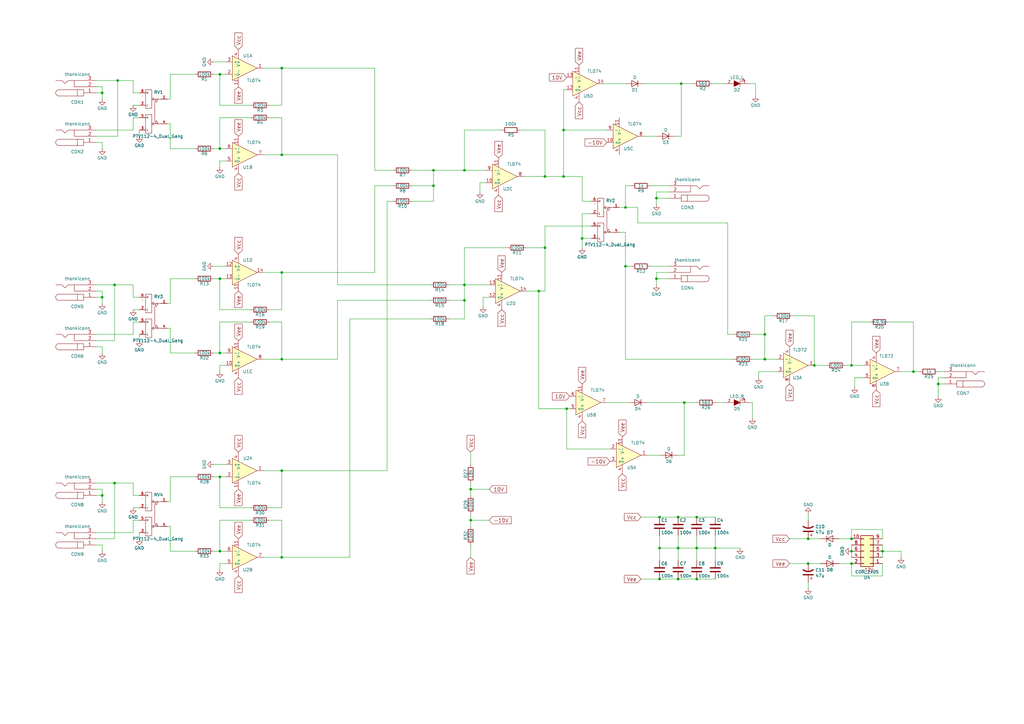
<source format=kicad_sch>
(kicad_sch (version 20211123) (generator eeschema)
  (paper "A3")
  (title_block (title "Stereo Mixer") (date "2021-11-19") (rev "1") (company "SOLI.SYNTH") (comment 1 "www.solisynth.com"))
  (junction (at 232.41 167.64))
  (junction (at 269.24 81.28))
  (junction (at 280.67 165.1))
  (junction (at 223.52 101.6))
  (junction (at 177.8 69.85))
  (junction (at 349.25 231.14))
  (junction (at 349.25 226.06))
  (junction (at 115.57 27.94))
  (junction (at 293.37 224.79))
  (junction (at 41.91 38.1))
  (junction (at 270.51 237.49))
  (junction (at 115.57 147.32))
  (junction (at 256.54 109.22))
  (junction (at 90.17 114.3))
  (junction (at 90.17 60.96))
  (junction (at 278.13 224.79))
  (junction (at 285.75 224.79))
  (junction (at 193.04 200.66))
  (junction (at 278.13 237.49))
  (junction (at 384.81 157.48))
  (junction (at 231.14 72.39))
  (junction (at 41.91 121.92))
  (junction (at 361.95 226.06))
  (junction (at 331.47 220.98))
  (junction (at 46.99 198.12))
  (junction (at 231.14 53.34))
  (junction (at 48.26 33.02))
  (junction (at 349.25 149.86))
  (junction (at 313.69 137.16))
  (junction (at 220.98 119.38))
  (junction (at 190.5 123.19))
  (junction (at 90.17 226.06))
  (junction (at 90.17 195.58))
  (junction (at 46.99 116.84))
  (junction (at 279.4 34.29))
  (junction (at 115.57 111.76))
  (junction (at 238.76 97.79))
  (junction (at 115.57 63.5))
  (junction (at 41.91 203.2))
  (junction (at 285.75 212.09))
  (junction (at 223.52 72.39))
  (junction (at 278.13 212.09))
  (junction (at 90.17 144.78))
  (junction (at 177.8 76.2))
  (junction (at 270.51 224.79))
  (junction (at 331.47 231.14))
  (junction (at 115.57 193.04))
  (junction (at 349.25 220.98))
  (junction (at 269.24 114.3))
  (junction (at 285.75 237.49))
  (junction (at 90.17 30.48))
  (junction (at 256.54 85.09))
  (junction (at 190.5 69.85))
  (junction (at 374.65 152.4))
  (junction (at 313.69 147.32))
  (junction (at 270.51 212.09))
  (junction (at 115.57 228.6))
  (junction (at 190.5 116.84))
  (junction (at 193.04 213.36))
  (junction (at 334.01 149.86))
  (wire (pts (xy 256.54 109.22) (xy 259.08 109.22)))
  (wire (pts (xy 349.25 228.6) (xy 349.25 226.06)))
  (wire (pts (xy 41.91 203.2) (xy 41.91 205.74)))
  (wire (pts (xy 350.52 154.94) (xy 350.52 158.75)))
  (wire (pts (xy 193.04 198.12) (xy 193.04 200.66)))
  (wire (pts (xy 177.8 82.55) (xy 168.91 82.55)))
  (wire (pts (xy 232.41 36.83) (xy 231.14 36.83)))
  (wire (pts (xy 68.58 50.8) (xy 69.85 50.8)))
  (wire (pts (xy 274.32 81.28) (xy 269.24 81.28)))
  (wire (pts (xy 270.51 219.71) (xy 270.51 224.79)))
  (wire (pts (xy 214.63 72.39) (xy 223.52 72.39)))
  (wire (pts (xy 87.63 190.5) (xy 92.71 190.5)))
  (wire (pts (xy 265.43 165.1) (xy 280.67 165.1)))
  (wire (pts (xy 39.37 223.52) (xy 41.91 223.52)))
  (wire (pts (xy 190.5 101.6) (xy 190.5 116.84)))
  (wire (pts (xy 298.45 91.44) (xy 261.62 91.44)))
  (wire (pts (xy 158.75 193.04) (xy 158.75 82.55)))
  (wire (pts (xy 270.51 224.79) (xy 270.51 229.87)))
  (wire (pts (xy 193.04 185.42) (xy 193.04 190.5)))
  (wire (pts (xy 248.92 165.1) (xy 257.81 165.1)))
  (wire (pts (xy 270.51 186.69) (xy 265.43 186.69)))
  (wire (pts (xy 41.91 142.24) (xy 41.91 144.78)))
  (wire (pts (xy 307.34 165.1) (xy 308.61 165.1)))
  (wire (pts (xy 110.49 43.18) (xy 115.57 43.18)))
  (wire (pts (xy 254 85.09) (xy 256.54 85.09)))
  (wire (pts (xy 115.57 127) (xy 115.57 111.76)))
  (wire (pts (xy 39.37 218.44) (xy 54.61 218.44)))
  (wire (pts (xy 242.57 97.79) (xy 238.76 97.79)))
  (wire (pts (xy 223.52 53.34) (xy 213.36 53.34)))
  (wire (pts (xy 356.87 132.08) (xy 349.25 132.08)))
  (wire (pts (xy 46.99 220.98) (xy 39.37 220.98)))
  (wire (pts (xy 54.61 213.36) (xy 57.15 213.36)))
  (wire (pts (xy 298.45 137.16) (xy 300.99 137.16)))
  (wire (pts (xy 349.25 132.08) (xy 349.25 149.86)))
  (wire (pts (xy 364.49 132.08) (xy 374.65 132.08)))
  (wire (pts (xy 190.5 130.81) (xy 184.15 130.81)))
  (wire (pts (xy 92.71 66.04) (xy 90.17 66.04)))
  (wire (pts (xy 238.76 82.55) (xy 242.57 82.55)))
  (wire (pts (xy 102.87 213.36) (xy 90.17 213.36)))
  (wire (pts (xy 293.37 165.1) (xy 297.18 165.1)))
  (wire (pts (xy 110.49 132.08) (xy 115.57 132.08)))
  (wire (pts (xy 266.7 76.2) (xy 274.32 76.2)))
  (wire (pts (xy 48.26 33.02) (xy 54.61 33.02)))
  (wire (pts (xy 190.5 116.84) (xy 200.66 116.84)))
  (wire (pts (xy 223.52 72.39) (xy 231.14 72.39)))
  (wire (pts (xy 138.43 116.84) (xy 176.53 116.84)))
  (wire (pts (xy 69.85 226.06) (xy 80.01 226.06)))
  (wire (pts (xy 231.14 72.39) (xy 238.76 72.39)))
  (wire (pts (xy 87.63 144.78) (xy 90.17 144.78)))
  (wire (pts (xy 223.52 92.71) (xy 242.57 92.71)))
  (wire (pts (xy 39.37 137.16) (xy 54.61 137.16)))
  (wire (pts (xy 39.37 33.02) (xy 48.26 33.02)))
  (wire (pts (xy 190.5 123.19) (xy 184.15 123.19)))
  (wire (pts (xy 90.17 48.26) (xy 90.17 60.96)))
  (wire (pts (xy 374.65 152.4) (xy 377.19 152.4)))
  (wire (pts (xy 87.63 30.48) (xy 90.17 30.48)))
  (wire (pts (xy 374.65 132.08) (xy 374.65 152.4)))
  (wire (pts (xy 285.75 237.49) (xy 293.37 237.49)))
  (wire (pts (xy 92.71 231.14) (xy 90.17 231.14)))
  (wire (pts (xy 198.12 121.92) (xy 198.12 125.73)))
  (wire (pts (xy 199.39 74.93) (xy 196.85 74.93)))
  (wire (pts (xy 69.85 114.3) (xy 69.85 124.46)))
  (wire (pts (xy 318.77 152.4) (xy 311.15 152.4)))
  (wire (pts (xy 384.81 157.48) (xy 384.81 162.56)))
  (wire (pts (xy 331.47 210.82) (xy 331.47 213.36)))
  (wire (pts (xy 274.32 109.22) (xy 266.7 109.22)))
  (wire (pts (xy 334.01 129.54) (xy 334.01 149.86)))
  (wire (pts (xy 369.57 152.4) (xy 374.65 152.4)))
  (wire (pts (xy 39.37 142.24) (xy 41.91 142.24)))
  (wire (pts (xy 54.61 53.34) (xy 54.61 48.26)))
  (wire (pts (xy 279.4 34.29) (xy 284.48 34.29)))
  (wire (pts (xy 54.61 48.26) (xy 57.15 48.26)))
  (wire (pts (xy 69.85 30.48) (xy 80.01 30.48)))
  (wire (pts (xy 57.15 218.44) (xy 57.15 220.98)))
  (wire (pts (xy 248.92 53.34) (xy 231.14 53.34)))
  (wire (pts (xy 107.95 228.6) (xy 115.57 228.6)))
  (wire (pts (xy 208.28 101.6) (xy 190.5 101.6)))
  (wire (pts (xy 90.17 231.14) (xy 90.17 233.68)))
  (wire (pts (xy 269.24 81.28) (xy 269.24 83.82)))
  (wire (pts (xy 311.15 152.4) (xy 311.15 154.94)))
  (wire (pts (xy 54.61 198.12) (xy 54.61 203.2)))
  (wire (pts (xy 54.61 33.02) (xy 54.61 38.1)))
  (wire (pts (xy 87.63 109.22) (xy 92.71 109.22)))
  (wire (pts (xy 278.13 237.49) (xy 285.75 237.49)))
  (wire (pts (xy 344.17 220.98) (xy 349.25 220.98)))
  (wire (pts (xy 269.24 55.88) (xy 264.16 55.88)))
  (wire (pts (xy 193.04 223.52) (xy 193.04 228.6)))
  (wire (pts (xy 54.61 43.18) (xy 57.15 43.18)))
  (wire (pts (xy 46.99 116.84) (xy 54.61 116.84)))
  (wire (pts (xy 269.24 78.74) (xy 269.24 81.28)))
  (wire (pts (xy 90.17 114.3) (xy 92.71 114.3)))
  (wire (pts (xy 115.57 48.26) (xy 115.57 63.5)))
  (wire (pts (xy 298.45 91.44) (xy 298.45 137.16)))
  (wire (pts (xy 349.25 149.86) (xy 354.33 149.86)))
  (wire (pts (xy 247.65 34.29) (xy 256.54 34.29)))
  (wire (pts (xy 138.43 147.32) (xy 138.43 123.19)))
  (wire (pts (xy 87.63 25.4) (xy 92.71 25.4)))
  (wire (pts (xy 344.17 231.14) (xy 349.25 231.14)))
  (wire (pts (xy 92.71 149.86) (xy 90.17 149.86)))
  (wire (pts (xy 41.91 35.56) (xy 41.91 38.1)))
  (wire (pts (xy 354.33 154.94) (xy 350.52 154.94)))
  (wire (pts (xy 331.47 231.14) (xy 336.55 231.14)))
  (wire (pts (xy 54.61 116.84) (xy 54.61 121.92)))
  (wire (pts (xy 193.04 200.66) (xy 200.66 200.66)))
  (wire (pts (xy 193.04 213.36) (xy 200.66 213.36)))
  (wire (pts (xy 69.85 40.64) (xy 68.58 40.64)))
  (wire (pts (xy 361.95 236.22) (xy 361.95 231.14)))
  (wire (pts (xy 90.17 144.78) (xy 92.71 144.78)))
  (wire (pts (xy 361.95 220.98) (xy 361.95 217.17)))
  (wire (pts (xy 346.71 149.86) (xy 349.25 149.86)))
  (wire (pts (xy 90.17 226.06) (xy 92.71 226.06)))
  (wire (pts (xy 262.89 212.09) (xy 270.51 212.09)))
  (wire (pts (xy 41.91 200.66) (xy 41.91 203.2)))
  (wire (pts (xy 190.5 53.34) (xy 190.5 69.85)))
  (wire (pts (xy 285.75 224.79) (xy 293.37 224.79)))
  (wire (pts (xy 278.13 212.09) (xy 285.75 212.09)))
  (wire (pts (xy 313.69 137.16) (xy 313.69 147.32)))
  (wire (pts (xy 110.49 208.28) (xy 115.57 208.28)))
  (wire (pts (xy 276.86 55.88) (xy 279.4 55.88)))
  (wire (pts (xy 223.52 92.71) (xy 223.52 101.6)))
  (wire (pts (xy 39.37 116.84) (xy 46.99 116.84)))
  (wire (pts (xy 110.49 213.36) (xy 115.57 213.36)))
  (wire (pts (xy 110.49 127) (xy 115.57 127)))
  (wire (pts (xy 115.57 111.76) (xy 153.67 111.76)))
  (wire (pts (xy 41.91 38.1) (xy 41.91 40.64)))
  (wire (pts (xy 280.67 165.1) (xy 285.75 165.1)))
  (wire (pts (xy 68.58 215.9) (xy 69.85 215.9)))
  (wire (pts (xy 48.26 55.88) (xy 48.26 33.02)))
  (wire (pts (xy 177.8 76.2) (xy 177.8 82.55)))
  (wire (pts (xy 270.51 224.79) (xy 278.13 224.79)))
  (wire (pts (xy 231.14 36.83) (xy 231.14 53.34)))
  (wire (pts (xy 102.87 132.08) (xy 90.17 132.08)))
  (wire (pts (xy 69.85 195.58) (xy 80.01 195.58)))
  (wire (pts (xy 238.76 97.79) (xy 238.76 101.6)))
  (wire (pts (xy 69.85 50.8) (xy 69.85 60.96)))
  (wire (pts (xy 69.85 215.9) (xy 69.85 226.06)))
  (wire (pts (xy 349.25 217.17) (xy 349.25 220.98)))
  (wire (pts (xy 41.91 119.38) (xy 41.91 121.92)))
  (wire (pts (xy 220.98 119.38) (xy 215.9 119.38)))
  (wire (pts (xy 232.41 167.64) (xy 233.68 167.64)))
  (wire (pts (xy 270.51 237.49) (xy 278.13 237.49)))
  (wire (pts (xy 242.57 87.63) (xy 238.76 87.63)))
  (wire (pts (xy 223.52 72.39) (xy 223.52 53.34)))
  (wire (pts (xy 262.89 237.49) (xy 270.51 237.49)))
  (wire (pts (xy 87.63 114.3) (xy 90.17 114.3)))
  (wire (pts (xy 39.37 58.42) (xy 41.91 58.42)))
  (wire (pts (xy 153.67 27.94) (xy 153.67 69.85)))
  (wire (pts (xy 313.69 129.54) (xy 317.5 129.54)))
  (wire (pts (xy 349.25 223.52) (xy 349.25 226.06)))
  (wire (pts (xy 168.91 69.85) (xy 177.8 69.85)))
  (wire (pts (xy 138.43 123.19) (xy 176.53 123.19)))
  (wire (pts (xy 292.1 34.29) (xy 297.18 34.29)))
  (wire (pts (xy 278.13 224.79) (xy 278.13 229.87)))
  (wire (pts (xy 193.04 210.82) (xy 193.04 213.36)))
  (wire (pts (xy 107.95 27.94) (xy 115.57 27.94)))
  (wire (pts (xy 115.57 228.6) (xy 143.51 228.6)))
  (wire (pts (xy 54.61 137.16) (xy 54.61 132.08)))
  (wire (pts (xy 102.87 48.26) (xy 90.17 48.26)))
  (wire (pts (xy 90.17 60.96) (xy 92.71 60.96)))
  (wire (pts (xy 293.37 224.79) (xy 303.53 224.79)))
  (wire (pts (xy 39.37 119.38) (xy 41.91 119.38)))
  (wire (pts (xy 41.91 223.52) (xy 41.91 226.06)))
  (wire (pts (xy 39.37 55.88) (xy 48.26 55.88)))
  (wire (pts (xy 190.5 116.84) (xy 190.5 123.19)))
  (wire (pts (xy 308.61 147.32) (xy 313.69 147.32)))
  (wire (pts (xy 54.61 203.2) (xy 57.15 203.2)))
  (wire (pts (xy 278.13 219.71) (xy 278.13 224.79)))
  (wire (pts (xy 69.85 124.46) (xy 68.58 124.46)))
  (wire (pts (xy 46.99 198.12) (xy 46.99 220.98)))
  (wire (pts (xy 250.19 184.15) (xy 232.41 184.15)))
  (wire (pts (xy 39.37 200.66) (xy 41.91 200.66)))
  (wire (pts (xy 87.63 195.58) (xy 90.17 195.58)))
  (wire (pts (xy 138.43 63.5) (xy 138.43 116.84)))
  (wire (pts (xy 193.04 200.66) (xy 193.04 203.2)))
  (wire (pts (xy 361.95 226.06) (xy 369.57 226.06)))
  (wire (pts (xy 115.57 132.08) (xy 115.57 147.32)))
  (wire (pts (xy 313.69 147.32) (xy 318.77 147.32)))
  (wire (pts (xy 334.01 149.86) (xy 339.09 149.86)))
  (wire (pts (xy 223.52 119.38) (xy 220.98 119.38)))
  (wire (pts (xy 153.67 69.85) (xy 161.29 69.85)))
  (wire (pts (xy 293.37 219.71) (xy 293.37 224.79)))
  (wire (pts (xy 270.51 212.09) (xy 278.13 212.09)))
  (wire (pts (xy 200.66 121.92) (xy 198.12 121.92)))
  (wire (pts (xy 54.61 121.92) (xy 57.15 121.92)))
  (wire (pts (xy 115.57 63.5) (xy 138.43 63.5)))
  (wire (pts (xy 54.61 218.44) (xy 54.61 213.36)))
  (wire (pts (xy 87.63 60.96) (xy 90.17 60.96)))
  (wire (pts (xy 256.54 85.09) (xy 261.62 85.09)))
  (wire (pts (xy 115.57 208.28) (xy 115.57 193.04)))
  (wire (pts (xy 232.41 184.15) (xy 232.41 167.64)))
  (wire (pts (xy 69.85 144.78) (xy 80.01 144.78)))
  (wire (pts (xy 369.57 226.06) (xy 369.57 228.6)))
  (wire (pts (xy 238.76 72.39) (xy 238.76 82.55)))
  (wire (pts (xy 90.17 195.58) (xy 92.71 195.58)))
  (wire (pts (xy 107.95 147.32) (xy 115.57 147.32)))
  (wire (pts (xy 223.52 101.6) (xy 223.52 119.38)))
  (wire (pts (xy 102.87 43.18) (xy 90.17 43.18)))
  (wire (pts (xy 259.08 76.2) (xy 256.54 76.2)))
  (wire (pts (xy 54.61 208.28) (xy 57.15 208.28)))
  (wire (pts (xy 220.98 167.64) (xy 232.41 167.64)))
  (wire (pts (xy 177.8 69.85) (xy 190.5 69.85)))
  (wire (pts (xy 153.67 76.2) (xy 161.29 76.2)))
  (wire (pts (xy 107.95 63.5) (xy 115.57 63.5)))
  (wire (pts (xy 158.75 82.55) (xy 161.29 82.55)))
  (wire (pts (xy 69.85 205.74) (xy 68.58 205.74)))
  (wire (pts (xy 110.49 48.26) (xy 115.57 48.26)))
  (wire (pts (xy 361.95 226.06) (xy 361.95 228.6)))
  (wire (pts (xy 69.85 195.58) (xy 69.85 205.74)))
  (wire (pts (xy 274.32 78.74) (xy 269.24 78.74)))
  (wire (pts (xy 313.69 129.54) (xy 313.69 137.16)))
  (wire (pts (xy 143.51 130.81) (xy 176.53 130.81)))
  (wire (pts (xy 68.58 134.62) (xy 69.85 134.62)))
  (wire (pts (xy 115.57 27.94) (xy 153.67 27.94)))
  (wire (pts (xy 39.37 38.1) (xy 41.91 38.1)))
  (wire (pts (xy 41.91 58.42) (xy 41.91 60.96)))
  (wire (pts (xy 39.37 121.92) (xy 41.91 121.92)))
  (wire (pts (xy 102.87 208.28) (xy 90.17 208.28)))
  (wire (pts (xy 115.57 43.18) (xy 115.57 27.94)))
  (wire (pts (xy 39.37 203.2) (xy 41.91 203.2)))
  (wire (pts (xy 90.17 149.86) (xy 90.17 152.4)))
  (wire (pts (xy 269.24 114.3) (xy 269.24 116.84)))
  (wire (pts (xy 361.95 223.52) (xy 361.95 226.06)))
  (wire (pts (xy 54.61 127) (xy 57.15 127)))
  (wire (pts (xy 69.85 30.48) (xy 69.85 40.64)))
  (wire (pts (xy 90.17 66.04) (xy 90.17 68.58)))
  (wire (pts (xy 256.54 109.22) (xy 256.54 147.32)))
  (wire (pts (xy 90.17 127) (xy 90.17 114.3)))
  (wire (pts (xy 308.61 165.1) (xy 308.61 171.45)))
  (wire (pts (xy 238.76 87.63) (xy 238.76 97.79)))
  (wire (pts (xy 256.54 76.2) (xy 256.54 85.09)))
  (wire (pts (xy 285.75 219.71) (xy 285.75 224.79)))
  (wire (pts (xy 46.99 139.7) (xy 39.37 139.7)))
  (wire (pts (xy 384.81 152.4) (xy 387.35 152.4)))
  (wire (pts (xy 361.95 217.17) (xy 349.25 217.17)))
  (wire (pts (xy 223.52 101.6) (xy 215.9 101.6)))
  (wire (pts (xy 323.85 231.14) (xy 331.47 231.14)))
  (wire (pts (xy 278.13 186.69) (xy 280.67 186.69)))
  (wire (pts (xy 46.99 198.12) (xy 54.61 198.12)))
  (wire (pts (xy 220.98 167.64) (xy 220.98 119.38)))
  (wire (pts (xy 309.88 34.29) (xy 309.88 39.37)))
  (wire (pts (xy 280.67 186.69) (xy 280.67 165.1)))
  (wire (pts (xy 90.17 43.18) (xy 90.17 30.48)))
  (wire (pts (xy 115.57 193.04) (xy 158.75 193.04)))
  (wire (pts (xy 384.81 154.94) (xy 384.81 157.48)))
  (wire (pts (xy 39.37 198.12) (xy 46.99 198.12)))
  (wire (pts (xy 177.8 69.85) (xy 177.8 76.2)))
  (wire (pts (xy 193.04 213.36) (xy 193.04 215.9)))
  (wire (pts (xy 102.87 127) (xy 90.17 127)))
  (wire (pts (xy 87.63 226.06) (xy 90.17 226.06)))
  (wire (pts (xy 274.32 111.76) (xy 269.24 111.76)))
  (wire (pts (xy 69.85 114.3) (xy 80.01 114.3)))
  (wire (pts (xy 190.5 123.19) (xy 190.5 130.81)))
  (wire (pts (xy 254 95.25) (xy 256.54 95.25)))
  (wire (pts (xy 54.61 38.1) (xy 57.15 38.1)))
  (wire (pts (xy 349.25 236.22) (xy 361.95 236.22)))
  (wire (pts (xy 90.17 208.28) (xy 90.17 195.58)))
  (wire (pts (xy 57.15 53.34) (xy 57.15 55.88)))
  (wire (pts (xy 231.14 53.34) (xy 231.14 72.39)))
  (wire (pts (xy 90.17 213.36) (xy 90.17 226.06)))
  (wire (pts (xy 54.61 132.08) (xy 57.15 132.08)))
  (wire (pts (xy 279.4 55.88) (xy 279.4 34.29)))
  (wire (pts (xy 293.37 224.79) (xy 293.37 229.87)))
  (wire (pts (xy 46.99 116.84) (xy 46.99 139.7)))
  (wire (pts (xy 90.17 30.48) (xy 92.71 30.48)))
  (wire (pts (xy 41.91 121.92) (xy 41.91 124.46)))
  (wire (pts (xy 90.17 132.08) (xy 90.17 144.78)))
  (wire (pts (xy 69.85 134.62) (xy 69.85 144.78)))
  (wire (pts (xy 331.47 220.98) (xy 336.55 220.98)))
  (wire (pts (xy 107.95 193.04) (xy 115.57 193.04)))
  (wire (pts (xy 184.15 116.84) (xy 190.5 116.84)))
  (wire (pts (xy 323.85 220.98) (xy 331.47 220.98)))
  (wire (pts (xy 285.75 224.79) (xy 285.75 229.87)))
  (wire (pts (xy 307.34 34.29) (xy 309.88 34.29)))
  (wire (pts (xy 387.35 154.94) (xy 384.81 154.94)))
  (wire (pts (xy 269.24 111.76) (xy 269.24 114.3)))
  (wire (pts (xy 274.32 114.3) (xy 269.24 114.3)))
  (wire (pts (xy 387.35 157.48) (xy 384.81 157.48)))
  (wire (pts (xy 107.95 111.76) (xy 115.57 111.76)))
  (wire (pts (xy 39.37 53.34) (xy 54.61 53.34)))
  (wire (pts (xy 349.25 231.14) (xy 349.25 236.22)))
  (wire (pts (xy 143.51 228.6) (xy 143.51 130.81)))
  (wire (pts (xy 285.75 212.09) (xy 293.37 212.09)))
  (wire (pts (xy 153.67 111.76) (xy 153.67 76.2)))
  (wire (pts (xy 331.47 238.76) (xy 331.47 241.3)))
  (wire (pts (xy 69.85 60.96) (xy 80.01 60.96)))
  (wire (pts (xy 278.13 224.79) (xy 285.75 224.79)))
  (wire (pts (xy 168.91 76.2) (xy 177.8 76.2)))
  (wire (pts (xy 256.54 95.25) (xy 256.54 109.22)))
  (wire (pts (xy 196.85 74.93) (xy 196.85 78.74)))
  (wire (pts (xy 39.37 35.56) (xy 41.91 35.56)))
  (wire (pts (xy 57.15 137.16) (xy 57.15 139.7)))
  (wire (pts (xy 190.5 69.85) (xy 199.39 69.85)))
  (wire (pts (xy 308.61 137.16) (xy 313.69 137.16)))
  (wire (pts (xy 325.12 129.54) (xy 334.01 129.54)))
  (wire (pts (xy 261.62 91.44) (xy 261.62 85.09)))
  (wire (pts (xy 264.16 34.29) (xy 279.4 34.29)))
  (wire (pts (xy 115.57 213.36) (xy 115.57 228.6)))
  (wire (pts (xy 205.74 53.34) (xy 190.5 53.34)))
  (wire (pts (xy 256.54 147.32) (xy 300.99 147.32)))
  (wire (pts (xy 115.57 147.32) (xy 138.43 147.32)))
  (global_label "Vcc" (shape input) (at 323.85 157.48 270) (effects (font (size 1.524 1.524))) (property "Intersheet References" "${INTERSHEET_REFS}" (effects hide)))
  (global_label "Vcc" (shape input) (at 193.04 185.42 90) (effects (font (size 1.524 1.524))) (property "Intersheet References" "${INTERSHEET_REFS}" (effects hide)))
  (global_label "Vee" (shape input) (at 238.76 157.48 90) (effects (font (size 1.524 1.524))) (property "Intersheet References" "${INTERSHEET_REFS}" (effects hide)))
  (global_label "Vee" (shape input) (at 359.41 144.78 90) (effects (font (size 1.524 1.524))) (property "Intersheet References" "${INTERSHEET_REFS}" (effects hide)))
  (global_label "Vcc" (shape input) (at 97.79 185.42 90) (effects (font (size 1.524 1.524))) (property "Intersheet References" "${INTERSHEET_REFS}" (effects hide)))
  (global_label "Vcc" (shape input) (at 97.79 104.14 90) (effects (font (size 1.524 1.524))) (property "Intersheet References" "${INTERSHEET_REFS}" (effects hide)))
  (global_label "10V" (shape input) (at 233.68 162.56 180) (effects (font (size 1.524 1.524))) (property "Intersheet References" "${INTERSHEET_REFS}" (effects hide)))
  (global_label "10V" (shape input) (at 200.66 200.66 0) (effects (font (size 1.524 1.524))) (property "Intersheet References" "${INTERSHEET_REFS}" (effects hide)))
  (global_label "Vcc" (shape input) (at 97.79 71.12 270) (effects (font (size 1.524 1.524))) (property "Intersheet References" "${INTERSHEET_REFS}" (effects hide)))
  (global_label "Vee" (shape input) (at 97.79 220.98 90) (effects (font (size 1.524 1.524))) (property "Intersheet References" "${INTERSHEET_REFS}" (effects hide)))
  (global_label "Vcc" (shape input) (at 262.89 212.09 180) (effects (font (size 1.524 1.524))) (property "Intersheet References" "${INTERSHEET_REFS}" (effects hide)))
  (global_label "Vcc" (shape input) (at 97.79 154.94 270) (effects (font (size 1.524 1.524))) (property "Intersheet References" "${INTERSHEET_REFS}" (effects hide)))
  (global_label "Vee" (shape input) (at 237.49 26.67 90) (effects (font (size 1.524 1.524))) (property "Intersheet References" "${INTERSHEET_REFS}" (effects hide)))
  (global_label "Vcc" (shape input) (at 323.85 220.98 180) (effects (font (size 1.524 1.524))) (property "Intersheet References" "${INTERSHEET_REFS}" (effects hide)))
  (global_label "Vee" (shape input) (at 323.85 142.24 90) (effects (font (size 1.524 1.524))) (property "Intersheet References" "${INTERSHEET_REFS}" (effects hide)))
  (global_label "Vee" (shape input) (at 255.27 179.07 90) (effects (font (size 1.524 1.524))) (property "Intersheet References" "${INTERSHEET_REFS}" (effects hide)))
  (global_label "Vee" (shape input) (at 205.74 111.76 90) (effects (font (size 1.524 1.524))) (property "Intersheet References" "${INTERSHEET_REFS}" (effects hide)))
  (global_label "Vcc" (shape input) (at 359.41 160.02 270) (effects (font (size 1.524 1.524))) (property "Intersheet References" "${INTERSHEET_REFS}" (effects hide)))
  (global_label "Vcc" (shape input) (at 204.47 80.01 270) (effects (font (size 1.524 1.524))) (property "Intersheet References" "${INTERSHEET_REFS}" (effects hide)))
  (global_label "Vee" (shape input) (at 97.79 200.66 270) (effects (font (size 1.524 1.524))) (property "Intersheet References" "${INTERSHEET_REFS}" (effects hide)))
  (global_label "Vcc" (shape input) (at 97.79 20.32 90) (effects (font (size 1.524 1.524))) (property "Intersheet References" "${INTERSHEET_REFS}" (effects hide)))
  (global_label "Vee" (shape input) (at 193.04 228.6 270) (effects (font (size 1.524 1.524))) (property "Intersheet References" "${INTERSHEET_REFS}" (effects hide)))
  (global_label "Vee" (shape input) (at 262.89 237.49 180) (effects (font (size 1.524 1.524))) (property "Intersheet References" "${INTERSHEET_REFS}" (effects hide)))
  (global_label "Vee" (shape input) (at 97.79 35.56 270) (effects (font (size 1.524 1.524))) (property "Intersheet References" "${INTERSHEET_REFS}" (effects hide)))
  (global_label "Vee" (shape input) (at 97.79 55.88 90) (effects (font (size 1.524 1.524))) (property "Intersheet References" "${INTERSHEET_REFS}" (effects hide)))
  (global_label "Vcc" (shape input) (at 97.79 236.22 270) (effects (font (size 1.524 1.524))) (property "Intersheet References" "${INTERSHEET_REFS}" (effects hide)))
  (global_label "-10V" (shape input) (at 250.19 189.23 180) (effects (font (size 1.524 1.524))) (property "Intersheet References" "${INTERSHEET_REFS}" (effects hide)))
  (global_label "Vee" (shape input) (at 97.79 139.7 90) (effects (font (size 1.524 1.524))) (property "Intersheet References" "${INTERSHEET_REFS}" (effects hide)))
  (global_label "Vcc" (shape input) (at 237.49 41.91 270) (effects (font (size 1.524 1.524))) (property "Intersheet References" "${INTERSHEET_REFS}" (effects hide)))
  (global_label "Vcc" (shape input) (at 205.74 127 270) (effects (font (size 1.524 1.524))) (property "Intersheet References" "${INTERSHEET_REFS}" (effects hide)))
  (global_label "Vcc" (shape input) (at 255.27 194.31 270) (effects (font (size 1.524 1.524))) (property "Intersheet References" "${INTERSHEET_REFS}" (effects hide)))
  (global_label "Vee" (shape input) (at 204.47 64.77 90) (effects (font (size 1.524 1.524))) (property "Intersheet References" "${INTERSHEET_REFS}" (effects hide)))
  (global_label "Vee" (shape input) (at 323.85 231.14 180) (effects (font (size 1.524 1.524))) (property "Intersheet References" "${INTERSHEET_REFS}" (effects hide)))
  (global_label "-10V" (shape input) (at 248.92 58.42 180) (effects (font (size 1.524 1.524))) (property "Intersheet References" "${INTERSHEET_REFS}" (effects hide)))
  (global_label "-10V" (shape input) (at 200.66 213.36 0) (effects (font (size 1.524 1.524))) (property "Intersheet References" "${INTERSHEET_REFS}" (effects hide)))
  (global_label "Vcc" (shape input) (at 238.76 172.72 270) (effects (font (size 1.524 1.524))) (property "Intersheet References" "${INTERSHEET_REFS}" (effects hide)))
  (global_label "10V" (shape input) (at 232.41 31.75 180) (effects (font (size 1.524 1.524))) (property "Intersheet References" "${INTERSHEET_REFS}" (effects hide)))
  (global_label "Vee" (shape input) (at 97.79 119.38 270) (effects (font (size 1.524 1.524))) (property "Intersheet References" "${INTERSHEET_REFS}" (effects hide)))
  (symbol (lib_id "Mixer-rescue:thonkiconn-conn") (at 31.75 35.56 0) (mirror x) (unit 1)
    (property "Reference" "CON1" (at 31.75 41.91 0))
    (property "Value" "thonkiconn" (at 31.75 30.48 0))
    (property "Footprint" "thonkiconn:THONKICONN" (effects hide))
  )
  (symbol (lib_id "Mixer-rescue:thonkiconn-conn") (at 31.75 55.88 0) (mirror x) (unit 1)
    (property "Reference" "CON2" (at 31.75 62.23 0))
    (property "Value" "thonkiconn" (at 31.75 50.8 0))
    (property "Footprint" "thonkiconn:THONKICONN" (effects hide))
  )
  (symbol (lib_id "StereoMixer_v_1_1-rescue:R-device") (at 83.82 60.96 270) (unit 1)
    (property "Reference" "R6" (at 83.82 62.992 90))
    (property "Value" "100k" (at 83.82 60.96 90))
    (property "Footprint" "Resistors_SMD:R_0603_HandSoldering" (effects hide))
  )
  (symbol (lib_id "StereoMixer_v_1_1-rescue:R-device") (at 83.82 30.48 270) (unit 1)
    (property "Reference" "R1" (at 83.82 32.512 90))
    (property "Value" "100k" (at 83.82 30.48 90))
    (property "Footprint" "Resistors_SMD:R_0603_HandSoldering" (effects hide))
  )
  (symbol (lib_id "StereoMixer_v_1_1-rescue:GND-power") (at 41.91 40.64 0) (unit 1)
    (property "Reference" "#PWR01" (effects hide))
    (property "Value" "GND" (at 41.91 44.45 0))
  )
  (symbol (lib_id "StereoMixer_v_1_1-rescue:GND-power") (at 41.91 60.96 0) (unit 1)
    (property "Reference" "#PWR02" (effects hide))
    (property "Value" "GND" (at 41.91 64.77 0))
  )
  (symbol (lib_id "StereoMixer_v_1_1-rescue:GND-power") (at 90.17 68.58 0) (unit 1)
    (property "Reference" "#PWR03" (effects hide))
    (property "Value" "GND" (at 90.17 72.39 0))
  )
  (symbol (lib_id "StereoMixer_v_1_1-rescue:GND-power") (at 87.63 25.4 270) (unit 1)
    (property "Reference" "#PWR04" (effects hide))
    (property "Value" "GND" (at 83.82 25.4 0))
  )
  (symbol (lib_id "StereoMixer_v_1_1-rescue:R-device") (at 106.68 43.18 270) (unit 1)
    (property "Reference" "R3" (at 106.68 45.212 90))
    (property "Value" "100k" (at 106.68 43.18 90))
    (property "Footprint" "Resistors_SMD:R_0603_HandSoldering" (effects hide))
  )
  (symbol (lib_id "StereoMixer_v_1_1-rescue:R-device") (at 106.68 48.26 270) (unit 1)
    (property "Reference" "R4" (at 106.68 50.292 90))
    (property "Value" "100k" (at 106.68 48.26 90))
    (property "Footprint" "Resistors_SMD:R_0603_HandSoldering" (effects hide))
  )
  (symbol (lib_id "StereoMixer_v_1_1-rescue:GND-power") (at 57.15 55.88 0) (unit 1)
    (property "Reference" "#PWR05" (effects hide))
    (property "Value" "GND" (at 57.15 59.69 0))
  )
  (symbol (lib_id "StereoMixer_v_1_1-rescue:GND-power") (at 54.61 43.18 0) (unit 1)
    (property "Reference" "#PWR06" (effects hide))
    (property "Value" "GND" (at 54.61 46.99 0))
  )
  (symbol (lib_id "Mixer-rescue:thonkiconn-conn") (at 31.75 119.38 0) (mirror x) (unit 1)
    (property "Reference" "CON5" (at 31.75 125.73 0))
    (property "Value" "thonkiconn" (at 31.75 114.3 0))
    (property "Footprint" "thonkiconn:THONKICONN" (effects hide))
  )
  (symbol (lib_id "Mixer-rescue:thonkiconn-conn") (at 31.75 139.7 0) (mirror x) (unit 1)
    (property "Reference" "CON6" (at 31.75 146.05 0))
    (property "Value" "thonkiconn" (at 31.75 134.62 0))
    (property "Footprint" "thonkiconn:THONKICONN" (effects hide))
  )
  (symbol (lib_id "StereoMixer_v_1_1-rescue:R-device") (at 83.82 144.78 270) (unit 1)
    (property "Reference" "R22" (at 83.82 146.812 90))
    (property "Value" "100k" (at 83.82 144.78 90))
    (property "Footprint" "Resistors_SMD:R_0603_HandSoldering" (effects hide))
  )
  (symbol (lib_id "StereoMixer_v_1_1-rescue:R-device") (at 83.82 114.3 270) (unit 1)
    (property "Reference" "R13" (at 83.82 116.332 90))
    (property "Value" "100k" (at 83.82 114.3 90))
    (property "Footprint" "Resistors_SMD:R_0603_HandSoldering" (effects hide))
  )
  (symbol (lib_id "StereoMixer_v_1_1-rescue:GND-power") (at 41.91 124.46 0) (unit 1)
    (property "Reference" "#PWR07" (effects hide))
    (property "Value" "GND" (at 41.91 128.27 0))
  )
  (symbol (lib_id "StereoMixer_v_1_1-rescue:GND-power") (at 41.91 144.78 0) (unit 1)
    (property "Reference" "#PWR08" (effects hide))
    (property "Value" "GND" (at 41.91 148.59 0))
  )
  (symbol (lib_id "StereoMixer_v_1_1-rescue:GND-power") (at 90.17 152.4 0) (unit 1)
    (property "Reference" "#PWR09" (effects hide))
    (property "Value" "GND" (at 90.17 156.21 0))
  )
  (symbol (lib_id "StereoMixer_v_1_1-rescue:GND-power") (at 87.63 109.22 270) (unit 1)
    (property "Reference" "#PWR010" (effects hide))
    (property "Value" "GND" (at 83.82 109.22 0))
  )
  (symbol (lib_id "StereoMixer_v_1_1-rescue:R-device") (at 106.68 127 270) (unit 1)
    (property "Reference" "R16" (at 106.68 129.032 90))
    (property "Value" "100k" (at 106.68 127 90))
    (property "Footprint" "Resistors_SMD:R_0603_HandSoldering" (effects hide))
  )
  (symbol (lib_id "StereoMixer_v_1_1-rescue:R-device") (at 106.68 132.08 270) (unit 1)
    (property "Reference" "R19" (at 106.68 134.112 90))
    (property "Value" "100k" (at 106.68 132.08 90))
    (property "Footprint" "Resistors_SMD:R_0603_HandSoldering" (effects hide))
  )
  (symbol (lib_id "StereoMixer_v_1_1-rescue:GND-power") (at 57.15 139.7 0) (unit 1)
    (property "Reference" "#PWR011" (effects hide))
    (property "Value" "GND" (at 57.15 143.51 0))
  )
  (symbol (lib_id "StereoMixer_v_1_1-rescue:GND-power") (at 54.61 127 0) (unit 1)
    (property "Reference" "#PWR012" (effects hide))
    (property "Value" "GND" (at 54.61 130.81 0))
  )
  (symbol (lib_id "Mixer-rescue:thonkiconn-conn") (at 31.75 200.66 0) (mirror x) (unit 1)
    (property "Reference" "CON8" (at 31.75 207.01 0))
    (property "Value" "thonkiconn" (at 31.75 195.58 0))
    (property "Footprint" "thonkiconn:THONKICONN" (effects hide))
  )
  (symbol (lib_id "Mixer-rescue:thonkiconn-conn") (at 31.75 220.98 0) (mirror x) (unit 1)
    (property "Reference" "CON9" (at 31.75 227.33 0))
    (property "Value" "thonkiconn" (at 31.75 215.9 0))
    (property "Footprint" "thonkiconn:THONKICONN" (effects hide))
  )
  (symbol (lib_id "StereoMixer_v_1_1-rescue:R-device") (at 83.82 226.06 270) (unit 1)
    (property "Reference" "R33" (at 83.82 228.092 90))
    (property "Value" "100k" (at 83.82 226.06 90))
    (property "Footprint" "Resistors_SMD:R_0603_HandSoldering" (effects hide))
  )
  (symbol (lib_id "StereoMixer_v_1_1-rescue:R-device") (at 83.82 195.58 270) (unit 1)
    (property "Reference" "R28" (at 83.82 197.612 90))
    (property "Value" "100k" (at 83.82 195.58 90))
    (property "Footprint" "Resistors_SMD:R_0603_HandSoldering" (effects hide))
  )
  (symbol (lib_id "StereoMixer_v_1_1-rescue:GND-power") (at 41.91 205.74 0) (unit 1)
    (property "Reference" "#PWR013" (effects hide))
    (property "Value" "GND" (at 41.91 209.55 0))
  )
  (symbol (lib_id "StereoMixer_v_1_1-rescue:GND-power") (at 41.91 226.06 0) (unit 1)
    (property "Reference" "#PWR014" (effects hide))
    (property "Value" "GND" (at 41.91 229.87 0))
  )
  (symbol (lib_id "StereoMixer_v_1_1-rescue:GND-power") (at 90.17 233.68 0) (unit 1)
    (property "Reference" "#PWR015" (effects hide))
    (property "Value" "GND" (at 90.17 237.49 0))
  )
  (symbol (lib_id "StereoMixer_v_1_1-rescue:GND-power") (at 87.63 190.5 270) (unit 1)
    (property "Reference" "#PWR016" (effects hide))
    (property "Value" "GND" (at 83.82 190.5 0))
  )
  (symbol (lib_id "StereoMixer_v_1_1-rescue:R-device") (at 106.68 208.28 270) (unit 1)
    (property "Reference" "R30" (at 106.68 210.312 90))
    (property "Value" "100k" (at 106.68 208.28 90))
    (property "Footprint" "Resistors_SMD:R_0603_HandSoldering" (effects hide))
  )
  (symbol (lib_id "StereoMixer_v_1_1-rescue:R-device") (at 106.68 213.36 270) (unit 1)
    (property "Reference" "R31" (at 106.68 215.392 90))
    (property "Value" "100k" (at 106.68 213.36 90))
    (property "Footprint" "Resistors_SMD:R_0603_HandSoldering" (effects hide))
  )
  (symbol (lib_id "StereoMixer_v_1_1-rescue:GND-power") (at 57.15 220.98 0) (unit 1)
    (property "Reference" "#PWR017" (effects hide))
    (property "Value" "GND" (at 57.15 224.79 0))
  )
  (symbol (lib_id "StereoMixer_v_1_1-rescue:GND-power") (at 54.61 208.28 0) (unit 1)
    (property "Reference" "#PWR018" (effects hide))
    (property "Value" "GND" (at 54.61 212.09 0))
  )
  (symbol (lib_id "StereoMixer_v_1_1-rescue:R-device") (at 165.1 69.85 270) (unit 1)
    (property "Reference" "R7" (at 165.1 71.882 90))
    (property "Value" "100k" (at 165.1 69.85 90))
    (property "Footprint" "Resistors_SMD:R_0603_HandSoldering" (effects hide))
  )
  (symbol (lib_id "Mixer-rescue:thonkiconn-conn") (at 281.94 78.74 180) (unit 1)
    (property "Reference" "CON3" (at 281.94 85.09 0))
    (property "Value" "thonkiconn" (at 281.94 73.66 0))
    (property "Footprint" "thonkiconn:THONKICONN" (effects hide))
  )
  (symbol (lib_id "StereoMixer_v_1_1-rescue:R-device") (at 165.1 76.2 270) (unit 1)
    (property "Reference" "R8" (at 165.1 78.232 90))
    (property "Value" "100k" (at 165.1 76.2 90))
    (property "Footprint" "Resistors_SMD:R_0603_HandSoldering" (effects hide))
  )
  (symbol (lib_id "StereoMixer_v_1_1-rescue:R-device") (at 165.1 82.55 270) (unit 1)
    (property "Reference" "R10" (at 165.1 84.582 90))
    (property "Value" "100k" (at 165.1 82.55 90))
    (property "Footprint" "Resistors_SMD:R_0603_HandSoldering" (effects hide))
  )
  (symbol (lib_id "Mixer-rescue:thonkiconn-conn") (at 281.94 111.76 180) (unit 1)
    (property "Reference" "CON4" (at 281.94 118.11 0))
    (property "Value" "thonkiconn" (at 281.94 106.68 0))
    (property "Footprint" "thonkiconn:THONKICONN" (effects hide))
  )
  (symbol (lib_id "StereoMixer_v_1_1-rescue:R-device") (at 180.34 116.84 270) (unit 1)
    (property "Reference" "R14" (at 180.34 118.872 90))
    (property "Value" "100k" (at 180.34 116.84 90))
    (property "Footprint" "Resistors_SMD:R_0603_HandSoldering" (effects hide))
  )
  (symbol (lib_id "StereoMixer_v_1_1-rescue:R-device") (at 180.34 123.19 270) (unit 1)
    (property "Reference" "R15" (at 180.34 125.222 90))
    (property "Value" "100k" (at 180.34 123.19 90))
    (property "Footprint" "Resistors_SMD:R_0603_HandSoldering" (effects hide))
  )
  (symbol (lib_id "StereoMixer_v_1_1-rescue:R-device") (at 180.34 130.81 270) (unit 1)
    (property "Reference" "R18" (at 180.34 132.842 90))
    (property "Value" "100k" (at 180.34 130.81 90))
    (property "Footprint" "Resistors_SMD:R_0603_HandSoldering" (effects hide))
  )
  (symbol (lib_id "StereoMixer_v_1_1-rescue:GND-power") (at 238.76 101.6 0) (unit 1)
    (property "Reference" "#PWR021" (effects hide))
    (property "Value" "GND" (at 238.76 105.41 0))
  )
  (symbol (lib_id "StereoMixer_v_1_1-rescue:GND-power") (at 269.24 116.84 0) (unit 1)
    (property "Reference" "#PWR022" (effects hide))
    (property "Value" "GND" (at 269.24 120.65 0))
  )
  (symbol (lib_id "StereoMixer_v_1_1-rescue:GND-power") (at 269.24 83.82 0) (unit 1)
    (property "Reference" "#PWR023" (effects hide))
    (property "Value" "GND" (at 269.24 87.63 0))
  )
  (symbol (lib_id "StereoMixer_v_1_1-rescue:GND-power") (at 196.85 78.74 0) (unit 1)
    (property "Reference" "#PWR019" (effects hide))
    (property "Value" "GND" (at 196.85 82.55 0))
  )
  (symbol (lib_id "StereoMixer_v_1_1-rescue:GND-power") (at 198.12 125.73 0) (unit 1)
    (property "Reference" "#PWR020" (effects hide))
    (property "Value" "GND" (at 198.12 129.54 0))
  )
  (symbol (lib_id "StereoMixer_v_1_1-rescue:R-device") (at 212.09 101.6 270) (unit 1)
    (property "Reference" "R11" (at 212.09 103.632 90))
    (property "Value" "100k" (at 212.09 101.6 90))
    (property "Footprint" "Resistors_SMD:R_0603_HandSoldering" (effects hide))
  )
  (symbol (lib_id "StereoMixer_v_1_1-rescue:R-device") (at 209.55 53.34 270) (unit 1)
    (property "Reference" "R5" (at 209.55 55.372 90))
    (property "Value" "100k" (at 209.55 50.8 90))
    (property "Footprint" "Resistors_SMD:R_0603_HandSoldering" (effects hide))
  )
  (symbol (lib_id "StereoMixer_v_1_1-rescue:C-device") (at 270.51 233.68 0) (unit 1)
    (property "Reference" "C6" (at 271.145 231.14 0) (effects (justify left)))
    (property "Value" "100n" (at 271.145 236.22 0) (effects (justify left)))
    (property "Footprint" "Capacitors_SMD:C_0603_HandSoldering" (effects hide))
  )
  (symbol (lib_id "StereoMixer_v_1_1-rescue:GND-power") (at 303.53 224.79 0) (unit 1)
    (property "Reference" "#PWR024" (effects hide))
    (property "Value" "GND" (at 303.53 228.6 0))
  )
  (symbol (lib_id "StereoMixer_v_1_1-rescue:D-device") (at 340.36 231.14 180) (unit 1)
    (property "Reference" "D8" (at 340.36 233.68 0))
    (property "Value" "D" (at 340.36 228.6 0))
    (property "Footprint" "Diode_SMD:D_0603_1608Metric_Pad1.05x0.95mm_HandSolder" (effects hide))
  )
  (symbol (lib_id "StereoMixer_v_1_1-rescue:D-device") (at 340.36 220.98 0) (unit 1)
    (property "Reference" "D7" (at 340.36 218.44 0))
    (property "Value" "D" (at 340.36 223.52 0))
    (property "Footprint" "Diode_SMD:D_0603_1608Metric_Pad1.05x0.95mm_HandSolder" (effects hide))
  )
  (symbol (lib_id "StereoMixer_v_1_1-rescue:GND-power") (at 331.47 241.3 0) (unit 1)
    (property "Reference" "#PWR025" (effects hide))
    (property "Value" "GND" (at 331.47 245.11 0))
  )
  (symbol (lib_id "StereoMixer_v_1_1-rescue:GND-power") (at 331.47 210.82 180) (unit 1)
    (property "Reference" "#PWR026" (effects hide))
    (property "Value" "GND" (at 331.47 207.01 0))
  )
  (symbol (lib_id "StereoMixer_v_1_1-rescue:GND-power") (at 369.57 228.6 0) (unit 1)
    (property "Reference" "#PWR027" (effects hide))
    (property "Value" "GND" (at 369.57 232.41 0))
  )
  (symbol (lib_id "Mixer-rescue:TL074-linear") (at 100.33 27.94 0) (unit 1)
    (property "Reference" "U1" (at 101.6 22.86 0))
    (property "Value" "TL074" (at 104.14 33.02 0))
    (property "Footprint" "Housings_SOIC:SOIC-14_3.9x8.7mm_Pitch1.27mm" (effects hide))
  )
  (symbol (lib_id "Mixer-rescue:TL074-linear") (at 100.33 63.5 0) (mirror x) (unit 2)
    (property "Reference" "U1" (at 101.6 68.58 0))
    (property "Value" "TL074" (at 104.14 58.42 0))
    (property "Footprint" "Housings_SOIC:SOIC-14_3.9x8.7mm_Pitch1.27mm" (effects hide))
  )
  (symbol (lib_id "Mixer-rescue:TL074-linear") (at 207.01 72.39 0) (mirror x) (unit 3)
    (property "Reference" "U2" (at 208.28 77.47 0))
    (property "Value" "TL074" (at 210.82 67.31 0))
    (property "Footprint" "Housings_SOIC:SOIC-14_3.9x8.7mm_Pitch1.27mm" (effects hide))
  )
  (symbol (lib_id "Mixer-rescue:TL074-linear") (at 100.33 111.76 0) (unit 4)
    (property "Reference" "U1" (at 101.6 106.68 0))
    (property "Value" "TL074" (at 104.14 116.84 0))
    (property "Footprint" "Housings_SOIC:SOIC-14_3.9x8.7mm_Pitch1.27mm" (effects hide))
  )
  (symbol (lib_id "Mixer-rescue:TL074-linear") (at 100.33 193.04 0) (unit 1)
    (property "Reference" "U2" (at 101.6 187.96 0))
    (property "Value" "TL074" (at 104.14 198.12 0))
    (property "Footprint" "Housings_SOIC:SOIC-14_3.9x8.7mm_Pitch1.27mm" (effects hide))
  )
  (symbol (lib_id "Mixer-rescue:TL074-linear") (at 100.33 228.6 0) (mirror x) (unit 2)
    (property "Reference" "U2" (at 101.6 233.68 0))
    (property "Value" "TL074" (at 104.14 223.52 0))
    (property "Footprint" "Housings_SOIC:SOIC-14_3.9x8.7mm_Pitch1.27mm" (effects hide))
  )
  (symbol (lib_id "Mixer-rescue:TL074-linear") (at 100.33 147.32 0) (mirror x) (unit 3)
    (property "Reference" "U1" (at 101.6 152.4 0))
    (property "Value" "TL074" (at 104.14 142.24 0))
    (property "Footprint" "Housings_SOIC:SOIC-14_3.9x8.7mm_Pitch1.27mm" (effects hide))
  )
  (symbol (lib_id "Mixer-rescue:TL074-linear") (at 208.28 119.38 0) (mirror x) (unit 4)
    (property "Reference" "U2" (at 209.55 124.46 0))
    (property "Value" "TL074" (at 212.09 114.3 0))
    (property "Footprint" "Housings_SOIC:SOIC-14_3.9x8.7mm_Pitch1.27mm" (effects hide))
  )
  (symbol (lib_id "StereoMixer_v_1_1-rescue:R-device") (at 262.89 76.2 270) (unit 1)
    (property "Reference" "R9" (at 262.89 78.232 90))
    (property "Value" "1k" (at 262.89 76.2 90))
    (property "Footprint" "Resistors_SMD:R_0603_HandSoldering" (effects hide))
  )
  (symbol (lib_id "StereoMixer_v_1_1-rescue:R-device") (at 262.89 109.22 270) (unit 1)
    (property "Reference" "R12" (at 262.89 111.252 90))
    (property "Value" "1k" (at 262.89 109.22 90))
    (property "Footprint" "Resistors_SMD:R_0603_HandSoldering" (effects hide))
  )
  (symbol (lib_id "StereoMixer_v_1_1-rescue:GND-power") (at 350.52 158.75 0) (unit 1)
    (property "Reference" "#PWR028" (effects hide))
    (property "Value" "GND" (at 350.52 162.56 0))
  )
  (symbol (lib_id "StereoMixer_v_1_1-rescue:GND-power") (at 311.15 154.94 0) (unit 1)
    (property "Reference" "#PWR029" (effects hide))
    (property "Value" "GND" (at 311.15 158.75 0))
  )
  (symbol (lib_id "Mixer-rescue:PTV112-4_Dual_Gang-device") (at 60.96 45.72 0) (unit 1)
    (property "Reference" "RV1" (at 65.024 37.846 0))
    (property "Value" "PTV112-4_Dual_Gang" (at 64.77 55.88 0))
    (property "Footprint" "PTV112:PTV112" (effects hide))
  )
  (symbol (lib_id "Mixer-rescue:PTV112-4_Dual_Gang-device") (at 60.96 129.54 0) (unit 1)
    (property "Reference" "RV3" (at 65.024 121.666 0))
    (property "Value" "PTV112-4_Dual_Gang" (at 64.77 139.7 0))
    (property "Footprint" "PTV112:PTV112" (effects hide))
  )
  (symbol (lib_id "Mixer-rescue:PTV112-4_Dual_Gang-device") (at 60.96 210.82 0) (unit 1)
    (property "Reference" "RV4" (at 65.024 202.946 0))
    (property "Value" "PTV112-4_Dual_Gang" (at 64.77 220.98 0))
    (property "Footprint" "PTV112:PTV112" (effects hide))
  )
  (symbol (lib_id "Mixer-rescue:PTV112-4_Dual_Gang-device") (at 246.38 90.17 0) (unit 1)
    (property "Reference" "RV2" (at 250.444 82.296 0))
    (property "Value" "PTV112-4_Dual_Gang" (at 250.19 100.33 0))
    (property "Footprint" "PTV112:PTV112" (effects hide))
  )
  (symbol (lib_id "Mixer-rescue:thonkiconn-conn") (at 394.97 154.94 180) (unit 1)
    (property "Reference" "CON7" (at 394.97 161.29 0))
    (property "Value" "thonkiconn" (at 394.97 149.86 0))
    (property "Footprint" "thonkiconn:THONKICONN" (effects hide))
  )
  (symbol (lib_id "StereoMixer_v_1_1-rescue:R-device") (at 381 152.4 270) (unit 1)
    (property "Reference" "R25" (at 381 154.432 90))
    (property "Value" "1k" (at 381 152.4 90))
    (property "Footprint" "Resistors_SMD:R_0603_HandSoldering" (effects hide))
  )
  (symbol (lib_id "StereoMixer_v_1_1-rescue:R-device") (at 321.31 129.54 270) (unit 1)
    (property "Reference" "R17" (at 321.31 131.572 90))
    (property "Value" "100k" (at 321.31 129.54 90))
    (property "Footprint" "Resistors_SMD:R_0603_HandSoldering" (effects hide))
  )
  (symbol (lib_id "StereoMixer_v_1_1-rescue:R-device") (at 304.8 137.16 270) (unit 1)
    (property "Reference" "R21" (at 304.8 139.192 90))
    (property "Value" "100k" (at 304.8 137.16 90))
    (property "Footprint" "Resistors_SMD:R_0603_HandSoldering" (effects hide))
  )
  (symbol (lib_id "StereoMixer_v_1_1-rescue:R-device") (at 304.8 147.32 270) (unit 1)
    (property "Reference" "R23" (at 304.8 149.352 90))
    (property "Value" "100k" (at 304.8 147.32 90))
    (property "Footprint" "Resistors_SMD:R_0603_HandSoldering" (effects hide))
  )
  (symbol (lib_id "StereoMixer_v_1_1-rescue:GND-power") (at 384.81 162.56 0) (unit 1)
    (property "Reference" "#PWR030" (effects hide))
    (property "Value" "GND" (at 384.81 166.37 0))
  )
  (symbol (lib_id "StereoMixer_v_1_1-rescue:R-device") (at 342.9 149.86 270) (unit 1)
    (property "Reference" "R24" (at 342.9 151.892 90))
    (property "Value" "100k" (at 342.9 149.86 90))
    (property "Footprint" "Resistors_SMD:R_0603_HandSoldering" (effects hide))
  )
  (symbol (lib_id "StereoMixer_v_1_1-rescue:R-device") (at 360.68 132.08 270) (unit 1)
    (property "Reference" "R20" (at 360.68 134.112 90))
    (property "Value" "49.9k" (at 360.68 132.08 90))
    (property "Footprint" "Resistors_SMD:R_0603_HandSoldering" (effects hide))
  )
  (symbol (lib_id "StereoMixer_v_1_1-rescue:C-device") (at 278.13 233.68 0) (unit 1)
    (property "Reference" "C7" (at 278.765 231.14 0) (effects (justify left)))
    (property "Value" "100n" (at 278.765 236.22 0) (effects (justify left)))
    (property "Footprint" "Capacitors_SMD:C_0603_HandSoldering" (effects hide))
  )
  (symbol (lib_id "StereoMixer_v_1_1-rescue:C-device") (at 270.51 215.9 0) (unit 1)
    (property "Reference" "C1" (at 271.145 213.36 0) (effects (justify left)))
    (property "Value" "100n" (at 271.145 218.44 0) (effects (justify left)))
    (property "Footprint" "Capacitors_SMD:C_0603_HandSoldering" (effects hide))
  )
  (symbol (lib_id "StereoMixer_v_1_1-rescue:C-device") (at 278.13 215.9 0) (unit 1)
    (property "Reference" "C2" (at 278.765 213.36 0) (effects (justify left)))
    (property "Value" "100n" (at 278.765 218.44 0) (effects (justify left)))
    (property "Footprint" "Capacitors_SMD:C_0603_HandSoldering" (effects hide))
  )
  (symbol (lib_id "StereoMixer_v_1_1-rescue:C-device") (at 285.75 215.9 0) (unit 1)
    (property "Reference" "C3" (at 286.385 213.36 0) (effects (justify left)))
    (property "Value" "100n" (at 286.385 218.44 0) (effects (justify left)))
    (property "Footprint" "Capacitors_SMD:C_0603_HandSoldering" (effects hide))
  )
  (symbol (lib_id "StereoMixer_v_1_1-rescue:C-device") (at 285.75 233.68 0) (unit 1)
    (property "Reference" "C8" (at 286.385 231.14 0) (effects (justify left)))
    (property "Value" "100n" (at 286.385 236.22 0) (effects (justify left)))
    (property "Footprint" "Capacitors_SMD:C_0603_HandSoldering" (effects hide))
  )
  (symbol (lib_id "Mixer-rescue:TL074-linear") (at 240.03 34.29 0) (mirror x) (unit 4)
    (property "Reference" "U5" (at 241.3 39.37 0))
    (property "Value" "TL074" (at 243.84 29.21 0))
    (property "Footprint" "Housings_SOIC:SOIC-14_3.9x8.7mm_Pitch1.27mm" (effects hide))
  )
  (symbol (lib_id "StereoMixer_v_1_1-rescue:R-device") (at 288.29 34.29 270) (unit 1)
    (property "Reference" "R2" (at 288.29 36.322 90))
    (property "Value" "560" (at 288.29 34.29 90))
    (property "Footprint" "Resistors_SMD:R_0603_HandSoldering" (effects hide))
  )
  (symbol (lib_id "StereoMixer_v_1_1-rescue:GND-power") (at 309.88 39.37 0) (unit 1)
    (property "Reference" "#PWR031" (effects hide))
    (property "Value" "GND" (at 309.88 43.18 0))
  )
  (symbol (lib_id "Mixer-rescue:LED-device") (at 302.26 34.29 180) (unit 1)
    (property "Reference" "D2" (at 302.26 36.83 0))
    (property "Value" "LED_L" (at 302.26 31.75 0))
    (property "Footprint" "LEDs:LED_D3.0mm" (effects hide))
  )
  (symbol (lib_id "StereoMixer_v_1_1-rescue:R-device") (at 193.04 207.01 180) (unit 1)
    (property "Reference" "R29" (at 191.008 207.01 90))
    (property "Value" "100k" (at 193.04 207.01 90))
    (property "Footprint" "Resistors_SMD:R_0603_HandSoldering" (effects hide))
  )
  (symbol (lib_id "StereoMixer_v_1_1-rescue:R-device") (at 193.04 194.31 180) (unit 1)
    (property "Reference" "R27" (at 191.008 194.31 90))
    (property "Value" "18k" (at 193.04 194.31 90))
    (property "Footprint" "Resistors_SMD:R_0603_HandSoldering" (effects hide))
  )
  (symbol (lib_id "StereoMixer_v_1_1-rescue:R-device") (at 193.04 219.71 180) (unit 1)
    (property "Reference" "R32" (at 191.008 219.71 90))
    (property "Value" "100k" (at 193.04 219.71 90))
    (property "Footprint" "Resistors_SMD:R_0603_HandSoldering" (effects hide))
  )
  (symbol (lib_id "Mixer-rescue:TL074-linear") (at 256.54 55.88 0) (mirror x) (unit 3)
    (property "Reference" "U5" (at 257.81 60.96 0))
    (property "Value" "TL074" (at 260.35 50.8 0))
    (property "Footprint" "Housings_SOIC:SOIC-14_3.9x8.7mm_Pitch1.27mm" (effects hide))
  )
  (symbol (lib_id "StereoMixer_v_1_1-rescue:D-device") (at 260.35 34.29 180) (unit 1)
    (property "Reference" "D1" (at 260.35 36.83 0))
    (property "Value" "D" (at 260.35 31.75 0))
    (property "Footprint" "Diode_SMD:D_0603_1608Metric_Pad1.05x0.95mm_HandSolder" (effects hide))
  )
  (symbol (lib_id "StereoMixer_v_1_1-rescue:D-device") (at 273.05 55.88 180) (unit 1)
    (property "Reference" "D3" (at 273.05 58.42 0))
    (property "Value" "D" (at 273.05 53.34 0))
    (property "Footprint" "Diode_SMD:D_0603_1608Metric_Pad1.05x0.95mm_HandSolder" (effects hide))
  )
  (symbol (lib_id "Mixer-rescue:TL074-linear") (at 241.3 165.1 0) (mirror x) (unit 2)
    (property "Reference" "U5" (at 242.57 170.18 0))
    (property "Value" "TL074" (at 245.11 160.02 0))
    (property "Footprint" "Housings_SOIC:SOIC-14_3.9x8.7mm_Pitch1.27mm" (effects hide))
  )
  (symbol (lib_id "StereoMixer_v_1_1-rescue:R-device") (at 289.56 165.1 270) (unit 1)
    (property "Reference" "R26" (at 289.56 167.132 90))
    (property "Value" "560" (at 289.56 165.1 90))
    (property "Footprint" "Resistors_SMD:R_0603_HandSoldering" (effects hide))
  )
  (symbol (lib_id "StereoMixer_v_1_1-rescue:GND-power") (at 308.61 171.45 0) (unit 1)
    (property "Reference" "#PWR032" (effects hide))
    (property "Value" "GND" (at 308.61 175.26 0))
  )
  (symbol (lib_id "Mixer-rescue:LED-device") (at 302.26 165.1 180) (unit 1)
    (property "Reference" "D5" (at 302.26 167.64 0))
    (property "Value" "LED_R" (at 302.26 162.56 0))
    (property "Footprint" "LEDs:LED_D3.0mm" (effects hide))
  )
  (symbol (lib_id "Mixer-rescue:TL074-linear") (at 257.81 186.69 0) (mirror x) (unit 1)
    (property "Reference" "U5" (at 259.08 191.77 0))
    (property "Value" "TL074" (at 261.62 181.61 0))
    (property "Footprint" "Housings_SOIC:SOIC-14_3.9x8.7mm_Pitch1.27mm" (effects hide))
  )
  (symbol (lib_id "StereoMixer_v_1_1-rescue:D-device") (at 261.62 165.1 180) (unit 1)
    (property "Reference" "D4" (at 261.62 167.64 0))
    (property "Value" "D" (at 261.62 162.56 0))
    (property "Footprint" "Diode_SMD:D_0603_1608Metric_Pad1.05x0.95mm_HandSolder" (effects hide))
  )
  (symbol (lib_id "StereoMixer_v_1_1-rescue:D-device") (at 274.32 186.69 180) (unit 1)
    (property "Reference" "D6" (at 274.32 189.23 0))
    (property "Value" "D" (at 274.32 184.15 0))
    (property "Footprint" "Diode_SMD:D_0603_1608Metric_Pad1.05x0.95mm_HandSolder" (effects hide))
  )
  (symbol (lib_id "Mixer-rescue:TL072-linear") (at 326.39 149.86 0) (mirror x) (unit 1)
    (property "Reference" "U3" (at 325.12 154.94 0) (effects (justify left)))
    (property "Value" "TL072" (at 325.12 143.51 0) (effects (justify left)))
    (property "Footprint" "Package_SO:SOIC-8_3.9x4.9mm_P1.27mm" (effects hide))
  )
  (symbol (lib_id "Mixer-rescue:TL072-linear") (at 361.95 152.4 0) (mirror x) (unit 2)
    (property "Reference" "U3" (at 360.68 157.48 0) (effects (justify left)))
    (property "Value" "TL072" (at 360.68 146.05 0) (effects (justify left)))
    (property "Footprint" "Package_SO:SOIC-8_3.9x4.9mm_P1.27mm" (effects hide))
  )
  (symbol (lib_id "StereoMixer_v_1_1-rescue:C-device") (at 293.37 215.9 0) (unit 1)
    (property "Reference" "C4" (at 294.005 213.36 0) (effects (justify left)))
    (property "Value" "100n" (at 294.005 218.44 0) (effects (justify left)))
    (property "Footprint" "Capacitors_SMD:C_0603_HandSoldering" (effects hide))
  )
  (symbol (lib_id "StereoMixer_v_1_1-rescue:C-device") (at 293.37 233.68 0) (unit 1)
    (property "Reference" "C9" (at 294.005 231.14 0) (effects (justify left)))
    (property "Value" "100n" (at 294.005 236.22 0) (effects (justify left)))
    (property "Footprint" "Capacitors_SMD:C_0603_HandSoldering" (effects hide))
  )
  (symbol (lib_id "StereoMixer_v_1_1-rescue:CP1-device") (at 331.47 217.17 180) (unit 1)
    (property "Reference" "C10" (at 334.391 216.0016 0) (effects (justify right)))
    (property "Value" "47u" (at 334.391 218.313 0) (effects (justify right)))
    (property "Footprint" "Capacitor_SMD:CP_Elec_5x3.9" (effects hide))
  )
  (symbol (lib_id "StereoMixer_v_1_1-rescue:CP1-device") (at 331.47 234.95 180) (unit 1)
    (property "Reference" "C11" (at 334.391 233.7816 0) (effects (justify right)))
    (property "Value" "47u" (at 334.391 236.093 0) (effects (justify right)))
    (property "Footprint" "Capacitor_SMD:CP_Elec_5x3.9" (effects hide))
  )
  (symbol (lib_id "StereoMixer_v_1_1-rescue:CON_2x05-connectors") (at 356.87 215.9 180) (unit 1)
    (property "Reference" "U4" (at 355.6 236.855 0))
    (property "Value" "CON_2x05" (at 355.6 234.5436 0))
    (property "Footprint" "connectors:Modular_Power_Header_2x05_P2.54mm_Vertical" (effects hide))
  )
  (symbol (lib_id "StereoMixer_v_1_1-rescue:GND-power") (at 349.25 226.06 270) (unit 1)
    (property "Reference" "#PWR?" (effects hide))
    (property "Value" "GND" (at 345.44 226.06 0))
  )
)
</source>
